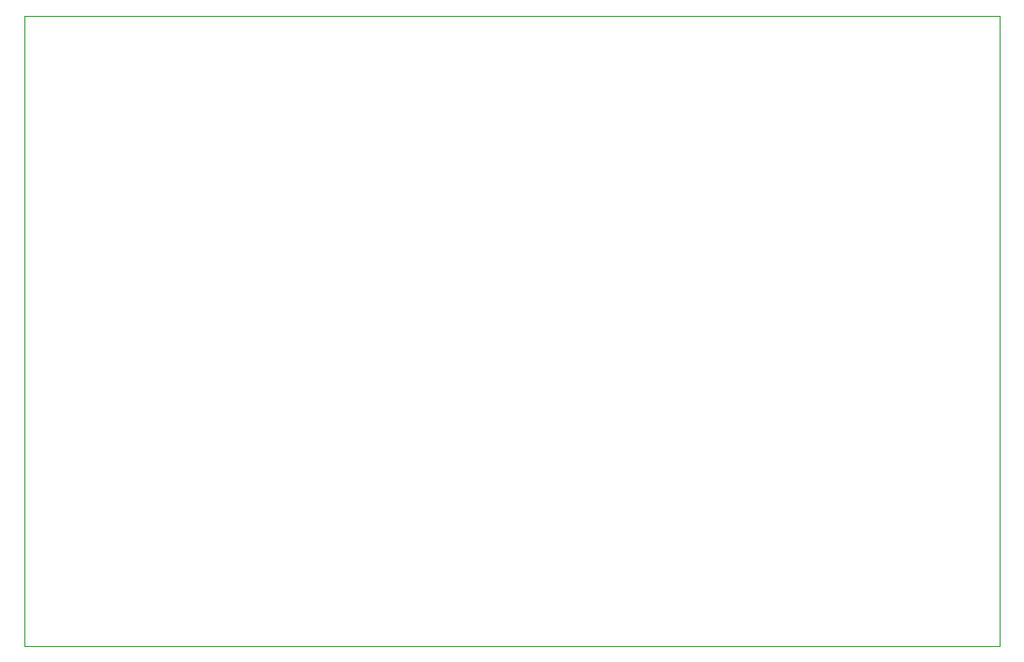
<source format=gbr>
%TF.GenerationSoftware,KiCad,Pcbnew,9.0.7*%
%TF.CreationDate,2026-01-19T18:35:35-08:00*%
%TF.ProjectId,polargraph plotter,706f6c61-7267-4726-9170-6820706c6f74,rev?*%
%TF.SameCoordinates,Original*%
%TF.FileFunction,Profile,NP*%
%FSLAX46Y46*%
G04 Gerber Fmt 4.6, Leading zero omitted, Abs format (unit mm)*
G04 Created by KiCad (PCBNEW 9.0.7) date 2026-01-19 18:35:35*
%MOMM*%
%LPD*%
G01*
G04 APERTURE LIST*
%TA.AperFunction,Profile*%
%ADD10C,0.050000*%
%TD*%
G04 APERTURE END LIST*
D10*
X74000000Y-48000000D02*
X162000000Y-48000000D01*
X162000000Y-105000000D01*
X74000000Y-105000000D01*
X74000000Y-48000000D01*
M02*

</source>
